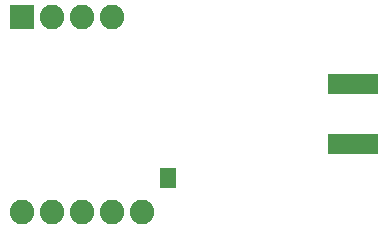
<source format=gbr>
G04 EAGLE Gerber RS-274X export*
G75*
%MOMM*%
%FSLAX34Y34*%
%LPD*%
%INSoldermask Bottom*%
%IPPOS*%
%AMOC8*
5,1,8,0,0,1.08239X$1,22.5*%
G01*
%ADD10R,2.082800X2.082800*%
%ADD11C,2.082800*%
%ADD12R,4.267200X1.727200*%
%ADD13R,1.473200X0.838200*%


D10*
X12700Y177800D03*
D11*
X38100Y177800D03*
X63500Y177800D03*
X88900Y177800D03*
X114300Y12700D03*
X88900Y12700D03*
X63500Y12700D03*
X38100Y12700D03*
X12700Y12700D03*
D12*
X293116Y70130D03*
X293116Y120930D03*
D13*
X136398Y37537D03*
X136398Y45775D03*
M02*

</source>
